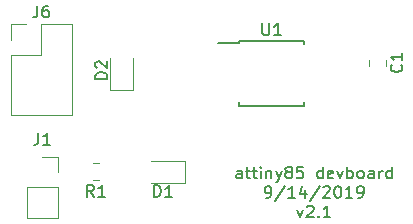
<source format=gbr>
G04 #@! TF.GenerationSoftware,KiCad,Pcbnew,(5.1.2)-1*
G04 #@! TF.CreationDate,2020-01-23T21:55:46-06:00*
G04 #@! TF.ProjectId,attiny-devboard,61747469-6e79-42d6-9465-76626f617264,rev?*
G04 #@! TF.SameCoordinates,Original*
G04 #@! TF.FileFunction,Legend,Top*
G04 #@! TF.FilePolarity,Positive*
%FSLAX46Y46*%
G04 Gerber Fmt 4.6, Leading zero omitted, Abs format (unit mm)*
G04 Created by KiCad (PCBNEW (5.1.2)-1) date 2020-01-23 21:55:46*
%MOMM*%
%LPD*%
G04 APERTURE LIST*
%ADD10C,0.150000*%
%ADD11C,0.120000*%
G04 APERTURE END LIST*
D10*
X132551302Y-93854260D02*
X132551302Y-93330451D01*
X132503683Y-93235213D01*
X132408445Y-93187594D01*
X132217969Y-93187594D01*
X132122731Y-93235213D01*
X132551302Y-93806641D02*
X132456064Y-93854260D01*
X132217969Y-93854260D01*
X132122731Y-93806641D01*
X132075112Y-93711403D01*
X132075112Y-93616165D01*
X132122731Y-93520927D01*
X132217969Y-93473308D01*
X132456064Y-93473308D01*
X132551302Y-93425689D01*
X132884636Y-93187594D02*
X133265588Y-93187594D01*
X133027493Y-92854260D02*
X133027493Y-93711403D01*
X133075112Y-93806641D01*
X133170350Y-93854260D01*
X133265588Y-93854260D01*
X133456064Y-93187594D02*
X133837017Y-93187594D01*
X133598921Y-92854260D02*
X133598921Y-93711403D01*
X133646540Y-93806641D01*
X133741779Y-93854260D01*
X133837017Y-93854260D01*
X134170350Y-93854260D02*
X134170350Y-93187594D01*
X134170350Y-92854260D02*
X134122731Y-92901880D01*
X134170350Y-92949499D01*
X134217969Y-92901880D01*
X134170350Y-92854260D01*
X134170350Y-92949499D01*
X134646540Y-93187594D02*
X134646540Y-93854260D01*
X134646540Y-93282832D02*
X134694160Y-93235213D01*
X134789398Y-93187594D01*
X134932255Y-93187594D01*
X135027493Y-93235213D01*
X135075112Y-93330451D01*
X135075112Y-93854260D01*
X135456064Y-93187594D02*
X135694160Y-93854260D01*
X135932255Y-93187594D02*
X135694160Y-93854260D01*
X135598921Y-94092356D01*
X135551302Y-94139975D01*
X135456064Y-94187594D01*
X136456064Y-93282832D02*
X136360826Y-93235213D01*
X136313207Y-93187594D01*
X136265588Y-93092356D01*
X136265588Y-93044737D01*
X136313207Y-92949499D01*
X136360826Y-92901880D01*
X136456064Y-92854260D01*
X136646540Y-92854260D01*
X136741779Y-92901880D01*
X136789398Y-92949499D01*
X136837017Y-93044737D01*
X136837017Y-93092356D01*
X136789398Y-93187594D01*
X136741779Y-93235213D01*
X136646540Y-93282832D01*
X136456064Y-93282832D01*
X136360826Y-93330451D01*
X136313207Y-93378070D01*
X136265588Y-93473308D01*
X136265588Y-93663784D01*
X136313207Y-93759022D01*
X136360826Y-93806641D01*
X136456064Y-93854260D01*
X136646540Y-93854260D01*
X136741779Y-93806641D01*
X136789398Y-93759022D01*
X136837017Y-93663784D01*
X136837017Y-93473308D01*
X136789398Y-93378070D01*
X136741779Y-93330451D01*
X136646540Y-93282832D01*
X137741779Y-92854260D02*
X137265588Y-92854260D01*
X137217969Y-93330451D01*
X137265588Y-93282832D01*
X137360826Y-93235213D01*
X137598921Y-93235213D01*
X137694160Y-93282832D01*
X137741779Y-93330451D01*
X137789398Y-93425689D01*
X137789398Y-93663784D01*
X137741779Y-93759022D01*
X137694160Y-93806641D01*
X137598921Y-93854260D01*
X137360826Y-93854260D01*
X137265588Y-93806641D01*
X137217969Y-93759022D01*
X139408445Y-93854260D02*
X139408445Y-92854260D01*
X139408445Y-93806641D02*
X139313207Y-93854260D01*
X139122731Y-93854260D01*
X139027493Y-93806641D01*
X138979874Y-93759022D01*
X138932255Y-93663784D01*
X138932255Y-93378070D01*
X138979874Y-93282832D01*
X139027493Y-93235213D01*
X139122731Y-93187594D01*
X139313207Y-93187594D01*
X139408445Y-93235213D01*
X140265588Y-93806641D02*
X140170350Y-93854260D01*
X139979874Y-93854260D01*
X139884636Y-93806641D01*
X139837017Y-93711403D01*
X139837017Y-93330451D01*
X139884636Y-93235213D01*
X139979874Y-93187594D01*
X140170350Y-93187594D01*
X140265588Y-93235213D01*
X140313207Y-93330451D01*
X140313207Y-93425689D01*
X139837017Y-93520927D01*
X140646540Y-93187594D02*
X140884636Y-93854260D01*
X141122731Y-93187594D01*
X141503683Y-93854260D02*
X141503683Y-92854260D01*
X141503683Y-93235213D02*
X141598921Y-93187594D01*
X141789398Y-93187594D01*
X141884636Y-93235213D01*
X141932255Y-93282832D01*
X141979874Y-93378070D01*
X141979874Y-93663784D01*
X141932255Y-93759022D01*
X141884636Y-93806641D01*
X141789398Y-93854260D01*
X141598921Y-93854260D01*
X141503683Y-93806641D01*
X142551302Y-93854260D02*
X142456064Y-93806641D01*
X142408445Y-93759022D01*
X142360826Y-93663784D01*
X142360826Y-93378070D01*
X142408445Y-93282832D01*
X142456064Y-93235213D01*
X142551302Y-93187594D01*
X142694160Y-93187594D01*
X142789398Y-93235213D01*
X142837017Y-93282832D01*
X142884636Y-93378070D01*
X142884636Y-93663784D01*
X142837017Y-93759022D01*
X142789398Y-93806641D01*
X142694160Y-93854260D01*
X142551302Y-93854260D01*
X143741779Y-93854260D02*
X143741779Y-93330451D01*
X143694160Y-93235213D01*
X143598921Y-93187594D01*
X143408445Y-93187594D01*
X143313207Y-93235213D01*
X143741779Y-93806641D02*
X143646540Y-93854260D01*
X143408445Y-93854260D01*
X143313207Y-93806641D01*
X143265588Y-93711403D01*
X143265588Y-93616165D01*
X143313207Y-93520927D01*
X143408445Y-93473308D01*
X143646540Y-93473308D01*
X143741779Y-93425689D01*
X144217969Y-93854260D02*
X144217969Y-93187594D01*
X144217969Y-93378070D02*
X144265588Y-93282832D01*
X144313207Y-93235213D01*
X144408445Y-93187594D01*
X144503683Y-93187594D01*
X145265588Y-93854260D02*
X145265588Y-92854260D01*
X145265588Y-93806641D02*
X145170350Y-93854260D01*
X144979874Y-93854260D01*
X144884636Y-93806641D01*
X144837017Y-93759022D01*
X144789398Y-93663784D01*
X144789398Y-93378070D01*
X144837017Y-93282832D01*
X144884636Y-93235213D01*
X144979874Y-93187594D01*
X145170350Y-93187594D01*
X145265588Y-93235213D01*
X134598921Y-95504260D02*
X134789398Y-95504260D01*
X134884636Y-95456641D01*
X134932255Y-95409022D01*
X135027493Y-95266165D01*
X135075112Y-95075689D01*
X135075112Y-94694737D01*
X135027493Y-94599499D01*
X134979874Y-94551880D01*
X134884636Y-94504260D01*
X134694160Y-94504260D01*
X134598921Y-94551880D01*
X134551302Y-94599499D01*
X134503683Y-94694737D01*
X134503683Y-94932832D01*
X134551302Y-95028070D01*
X134598921Y-95075689D01*
X134694160Y-95123308D01*
X134884636Y-95123308D01*
X134979874Y-95075689D01*
X135027493Y-95028070D01*
X135075112Y-94932832D01*
X136217969Y-94456641D02*
X135360826Y-95742356D01*
X137075112Y-95504260D02*
X136503683Y-95504260D01*
X136789398Y-95504260D02*
X136789398Y-94504260D01*
X136694160Y-94647118D01*
X136598921Y-94742356D01*
X136503683Y-94789975D01*
X137932255Y-94837594D02*
X137932255Y-95504260D01*
X137694160Y-94456641D02*
X137456064Y-95170927D01*
X138075112Y-95170927D01*
X139170350Y-94456641D02*
X138313207Y-95742356D01*
X139456064Y-94599499D02*
X139503683Y-94551880D01*
X139598921Y-94504260D01*
X139837017Y-94504260D01*
X139932255Y-94551880D01*
X139979874Y-94599499D01*
X140027493Y-94694737D01*
X140027493Y-94789975D01*
X139979874Y-94932832D01*
X139408445Y-95504260D01*
X140027493Y-95504260D01*
X140646540Y-94504260D02*
X140741779Y-94504260D01*
X140837017Y-94551880D01*
X140884636Y-94599499D01*
X140932255Y-94694737D01*
X140979874Y-94885213D01*
X140979874Y-95123308D01*
X140932255Y-95313784D01*
X140884636Y-95409022D01*
X140837017Y-95456641D01*
X140741779Y-95504260D01*
X140646540Y-95504260D01*
X140551302Y-95456641D01*
X140503683Y-95409022D01*
X140456064Y-95313784D01*
X140408445Y-95123308D01*
X140408445Y-94885213D01*
X140456064Y-94694737D01*
X140503683Y-94599499D01*
X140551302Y-94551880D01*
X140646540Y-94504260D01*
X141932255Y-95504260D02*
X141360826Y-95504260D01*
X141646540Y-95504260D02*
X141646540Y-94504260D01*
X141551302Y-94647118D01*
X141456064Y-94742356D01*
X141360826Y-94789975D01*
X142408445Y-95504260D02*
X142598921Y-95504260D01*
X142694160Y-95456641D01*
X142741779Y-95409022D01*
X142837017Y-95266165D01*
X142884636Y-95075689D01*
X142884636Y-94694737D01*
X142837017Y-94599499D01*
X142789398Y-94551880D01*
X142694160Y-94504260D01*
X142503683Y-94504260D01*
X142408445Y-94551880D01*
X142360826Y-94599499D01*
X142313207Y-94694737D01*
X142313207Y-94932832D01*
X142360826Y-95028070D01*
X142408445Y-95075689D01*
X142503683Y-95123308D01*
X142694160Y-95123308D01*
X142789398Y-95075689D01*
X142837017Y-95028070D01*
X142884636Y-94932832D01*
X137265588Y-96487594D02*
X137503683Y-97154260D01*
X137741779Y-96487594D01*
X138075112Y-96249499D02*
X138122731Y-96201880D01*
X138217969Y-96154260D01*
X138456064Y-96154260D01*
X138551302Y-96201880D01*
X138598921Y-96249499D01*
X138646540Y-96344737D01*
X138646540Y-96439975D01*
X138598921Y-96582832D01*
X138027493Y-97154260D01*
X138646540Y-97154260D01*
X139075112Y-97059022D02*
X139122731Y-97106641D01*
X139075112Y-97154260D01*
X139027493Y-97106641D01*
X139075112Y-97059022D01*
X139075112Y-97154260D01*
X140075112Y-97154260D02*
X139503683Y-97154260D01*
X139789398Y-97154260D02*
X139789398Y-96154260D01*
X139694160Y-96297118D01*
X139598921Y-96392356D01*
X139503683Y-96439975D01*
D11*
X144778800Y-83791048D02*
X144778800Y-84313552D01*
X143358800Y-83791048D02*
X143358800Y-84313552D01*
X124891400Y-94279600D02*
X127751400Y-94279600D01*
X127751400Y-94279600D02*
X127751400Y-92359600D01*
X127751400Y-92359600D02*
X124891400Y-92359600D01*
X120483152Y-94004200D02*
X119960648Y-94004200D01*
X120483152Y-92584200D02*
X119960648Y-92584200D01*
D10*
X132327200Y-82195300D02*
X132327200Y-82400300D01*
X137827200Y-82195300D02*
X137827200Y-82495300D01*
X137827200Y-87705300D02*
X137827200Y-87405300D01*
X132327200Y-87705300D02*
X132327200Y-87405300D01*
X132327200Y-82195300D02*
X137827200Y-82195300D01*
X132327200Y-87705300D02*
X137827200Y-87705300D01*
X132327200Y-82400300D02*
X130577200Y-82400300D01*
D11*
X114344140Y-94599760D02*
X117004140Y-94599760D01*
X114344140Y-94599760D02*
X114344140Y-97199760D01*
X114344140Y-97199760D02*
X117004140Y-97199760D01*
X117004140Y-94599760D02*
X117004140Y-97199760D01*
X117004140Y-91999760D02*
X117004140Y-93329760D01*
X115674140Y-91999760D02*
X117004140Y-91999760D01*
X112990320Y-80767880D02*
X114320320Y-80767880D01*
X112990320Y-82097880D02*
X112990320Y-80767880D01*
X115590320Y-80767880D02*
X118190320Y-80767880D01*
X115590320Y-83367880D02*
X115590320Y-80767880D01*
X112990320Y-83367880D02*
X115590320Y-83367880D01*
X118190320Y-80767880D02*
X118190320Y-88507880D01*
X112990320Y-83367880D02*
X112990320Y-88507880D01*
X112990320Y-88507880D02*
X118190320Y-88507880D01*
X121412120Y-83698840D02*
X121412120Y-86383840D01*
X121412120Y-86383840D02*
X123332120Y-86383840D01*
X123332120Y-86383840D02*
X123332120Y-83698840D01*
D10*
X146075942Y-84218966D02*
X146123561Y-84266585D01*
X146171180Y-84409442D01*
X146171180Y-84504680D01*
X146123561Y-84647538D01*
X146028323Y-84742776D01*
X145933085Y-84790395D01*
X145742609Y-84838014D01*
X145599752Y-84838014D01*
X145409276Y-84790395D01*
X145314038Y-84742776D01*
X145218800Y-84647538D01*
X145171180Y-84504680D01*
X145171180Y-84409442D01*
X145218800Y-84266585D01*
X145266419Y-84218966D01*
X146171180Y-83266585D02*
X146171180Y-83838014D01*
X146171180Y-83552300D02*
X145171180Y-83552300D01*
X145314038Y-83647538D01*
X145409276Y-83742776D01*
X145456895Y-83838014D01*
X125153304Y-95421980D02*
X125153304Y-94421980D01*
X125391400Y-94421980D01*
X125534257Y-94469600D01*
X125629495Y-94564838D01*
X125677114Y-94660076D01*
X125724733Y-94850552D01*
X125724733Y-94993409D01*
X125677114Y-95183885D01*
X125629495Y-95279123D01*
X125534257Y-95374361D01*
X125391400Y-95421980D01*
X125153304Y-95421980D01*
X126677114Y-95421980D02*
X126105685Y-95421980D01*
X126391400Y-95421980D02*
X126391400Y-94421980D01*
X126296161Y-94564838D01*
X126200923Y-94660076D01*
X126105685Y-94707695D01*
X120055233Y-95396580D02*
X119721900Y-94920390D01*
X119483804Y-95396580D02*
X119483804Y-94396580D01*
X119864757Y-94396580D01*
X119959995Y-94444200D01*
X120007614Y-94491819D01*
X120055233Y-94587057D01*
X120055233Y-94729914D01*
X120007614Y-94825152D01*
X119959995Y-94872771D01*
X119864757Y-94920390D01*
X119483804Y-94920390D01*
X121007614Y-95396580D02*
X120436185Y-95396580D01*
X120721900Y-95396580D02*
X120721900Y-94396580D01*
X120626661Y-94539438D01*
X120531423Y-94634676D01*
X120436185Y-94682295D01*
X134315295Y-80722680D02*
X134315295Y-81532204D01*
X134362914Y-81627442D01*
X134410533Y-81675061D01*
X134505771Y-81722680D01*
X134696247Y-81722680D01*
X134791485Y-81675061D01*
X134839104Y-81627442D01*
X134886723Y-81532204D01*
X134886723Y-80722680D01*
X135886723Y-81722680D02*
X135315295Y-81722680D01*
X135601009Y-81722680D02*
X135601009Y-80722680D01*
X135505771Y-80865538D01*
X135410533Y-80960776D01*
X135315295Y-81008395D01*
X115340806Y-90012140D02*
X115340806Y-90726426D01*
X115293187Y-90869283D01*
X115197949Y-90964521D01*
X115055092Y-91012140D01*
X114959854Y-91012140D01*
X116340806Y-91012140D02*
X115769378Y-91012140D01*
X116055092Y-91012140D02*
X116055092Y-90012140D01*
X115959854Y-90154998D01*
X115864616Y-90250236D01*
X115769378Y-90297855D01*
X115256986Y-79220260D02*
X115256986Y-79934546D01*
X115209367Y-80077403D01*
X115114129Y-80172641D01*
X114971272Y-80220260D01*
X114876034Y-80220260D01*
X116161748Y-79220260D02*
X115971272Y-79220260D01*
X115876034Y-79267880D01*
X115828415Y-79315499D01*
X115733177Y-79458356D01*
X115685558Y-79648832D01*
X115685558Y-80029784D01*
X115733177Y-80125022D01*
X115780796Y-80172641D01*
X115876034Y-80220260D01*
X116066510Y-80220260D01*
X116161748Y-80172641D01*
X116209367Y-80125022D01*
X116256986Y-80029784D01*
X116256986Y-79791689D01*
X116209367Y-79696451D01*
X116161748Y-79648832D01*
X116066510Y-79601213D01*
X115876034Y-79601213D01*
X115780796Y-79648832D01*
X115733177Y-79696451D01*
X115685558Y-79791689D01*
X121174500Y-85436935D02*
X120174500Y-85436935D01*
X120174500Y-85198840D01*
X120222120Y-85055982D01*
X120317358Y-84960744D01*
X120412596Y-84913125D01*
X120603072Y-84865506D01*
X120745929Y-84865506D01*
X120936405Y-84913125D01*
X121031643Y-84960744D01*
X121126881Y-85055982D01*
X121174500Y-85198840D01*
X121174500Y-85436935D01*
X120269739Y-84484554D02*
X120222120Y-84436935D01*
X120174500Y-84341697D01*
X120174500Y-84103601D01*
X120222120Y-84008363D01*
X120269739Y-83960744D01*
X120364977Y-83913125D01*
X120460215Y-83913125D01*
X120603072Y-83960744D01*
X121174500Y-84532173D01*
X121174500Y-83913125D01*
M02*

</source>
